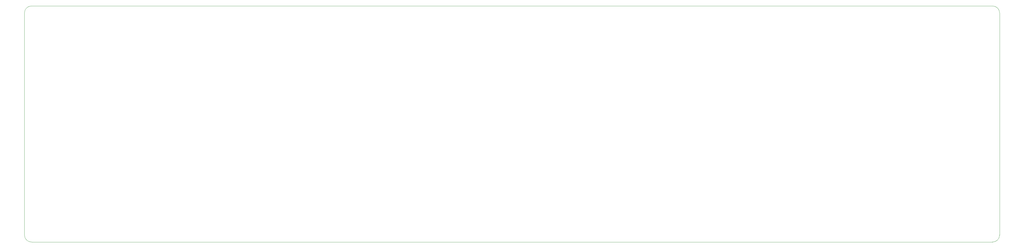
<source format=gbr>
G04 #@! TF.GenerationSoftware,KiCad,Pcbnew,(6.0.0-rc1-dev-577-ge0316af69)*
G04 #@! TF.CreationDate,2019-05-23T22:03:44-05:00*
G04 #@! TF.ProjectId,OrthonautSouthpaw,4F7274686F6E617574536F7574687061,v1*
G04 #@! TF.SameCoordinates,Original*
G04 #@! TF.FileFunction,Profile,NP*
%FSLAX46Y46*%
G04 Gerber Fmt 4.6, Leading zero omitted, Abs format (unit mm)*
G04 Created by KiCad (PCBNEW (6.0.0-rc1-dev-577-ge0316af69)) date 05/23/19 22:03:44*
%MOMM*%
%LPD*%
G01*
G04 APERTURE LIST*
%ADD10C,0.050000*%
G04 APERTURE END LIST*
D10*
X42750000Y-99750000D02*
G75*
G02X40375000Y-97375000I0J2375000D01*
G01*
X45125000Y-99750000D02*
X42750000Y-99750000D01*
X40375000Y-92625000D02*
X40375000Y-97375000D01*
X40375000Y-21375000D02*
X40375000Y-92625000D01*
X370500000Y-99750000D02*
X45125000Y-99750000D01*
X372875000Y-21375000D02*
X372875000Y-97375000D01*
X42750000Y-19000000D02*
X370500000Y-19000000D01*
X40375000Y-21375000D02*
G75*
G02X42750000Y-19000000I2375000J0D01*
G01*
X372875000Y-97375000D02*
G75*
G02X370500000Y-99750000I-2375000J0D01*
G01*
X370500000Y-19000000D02*
G75*
G02X372875000Y-21375000I0J-2375000D01*
G01*
M02*

</source>
